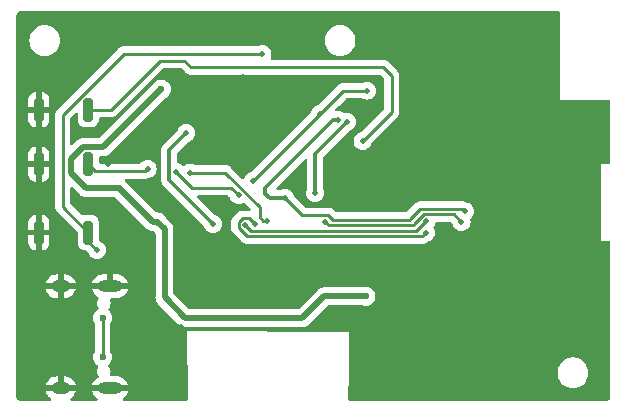
<source format=gbl>
G04 #@! TF.GenerationSoftware,KiCad,Pcbnew,7.0.1-3b83917a11~172~ubuntu22.04.1*
G04 #@! TF.CreationDate,2023-04-23T17:42:43+02:00*
G04 #@! TF.ProjectId,sharp-lcd-128x128,73686172-702d-46c6-9364-2d3132387831,rev?*
G04 #@! TF.SameCoordinates,Original*
G04 #@! TF.FileFunction,Copper,L2,Bot*
G04 #@! TF.FilePolarity,Positive*
%FSLAX46Y46*%
G04 Gerber Fmt 4.6, Leading zero omitted, Abs format (unit mm)*
G04 Created by KiCad (PCBNEW 7.0.1-3b83917a11~172~ubuntu22.04.1) date 2023-04-23 17:42:43*
%MOMM*%
%LPD*%
G01*
G04 APERTURE LIST*
G04 Aperture macros list*
%AMRoundRect*
0 Rectangle with rounded corners*
0 $1 Rounding radius*
0 $2 $3 $4 $5 $6 $7 $8 $9 X,Y pos of 4 corners*
0 Add a 4 corners polygon primitive as box body*
4,1,4,$2,$3,$4,$5,$6,$7,$8,$9,$2,$3,0*
0 Add four circle primitives for the rounded corners*
1,1,$1+$1,$2,$3*
1,1,$1+$1,$4,$5*
1,1,$1+$1,$6,$7*
1,1,$1+$1,$8,$9*
0 Add four rect primitives between the rounded corners*
20,1,$1+$1,$2,$3,$4,$5,0*
20,1,$1+$1,$4,$5,$6,$7,0*
20,1,$1+$1,$6,$7,$8,$9,0*
20,1,$1+$1,$8,$9,$2,$3,0*%
G04 Aperture macros list end*
G04 #@! TA.AperFunction,ComponentPad*
%ADD10O,2.100000X1.000000*%
G04 #@! TD*
G04 #@! TA.AperFunction,ComponentPad*
%ADD11O,1.600000X1.000000*%
G04 #@! TD*
G04 #@! TA.AperFunction,SMDPad,CuDef*
%ADD12RoundRect,0.200000X0.200000X0.800000X-0.200000X0.800000X-0.200000X-0.800000X0.200000X-0.800000X0*%
G04 #@! TD*
G04 #@! TA.AperFunction,ViaPad*
%ADD13C,0.600000*%
G04 #@! TD*
G04 #@! TA.AperFunction,ViaPad*
%ADD14C,0.500000*%
G04 #@! TD*
G04 #@! TA.AperFunction,Conductor*
%ADD15C,0.250000*%
G04 #@! TD*
G04 #@! TA.AperFunction,Conductor*
%ADD16C,0.500000*%
G04 #@! TD*
G04 #@! TA.AperFunction,Conductor*
%ADD17C,0.300000*%
G04 #@! TD*
G04 #@! TA.AperFunction,Conductor*
%ADD18C,0.350000*%
G04 #@! TD*
G04 APERTURE END LIST*
D10*
X79930000Y-52805000D03*
D11*
X75750000Y-52805000D03*
D10*
X79930000Y-61445000D03*
D11*
X75750000Y-61445000D03*
D12*
X78100000Y-48260000D03*
X73900000Y-48260000D03*
X78100000Y-42480000D03*
X73900000Y-42480000D03*
X78100000Y-37850000D03*
X73900000Y-37850000D03*
D13*
X80590000Y-46940000D03*
D14*
X96940000Y-37300000D03*
D13*
X82425000Y-61375000D03*
D14*
X73940000Y-40430000D03*
X110740000Y-53610000D03*
X91180000Y-35110000D03*
X99260000Y-45050000D03*
X79740000Y-42450000D03*
X107990000Y-43940000D03*
X85970000Y-47300000D03*
D13*
X82130000Y-39810000D03*
D14*
X85960000Y-56220000D03*
X105658781Y-30772500D03*
D13*
X79300000Y-58825000D03*
X79300000Y-55475000D03*
X80660000Y-44490000D03*
X84270000Y-36120000D03*
X101589900Y-53664900D03*
X83910000Y-47360000D03*
D14*
X85511935Y-43131935D03*
X90805354Y-45114646D03*
X88640000Y-47540000D03*
X86370000Y-39830000D03*
X97300000Y-44920000D03*
X100020000Y-38890000D03*
X92010000Y-43900500D03*
X101680000Y-36250000D03*
X97690000Y-38220000D03*
X106690000Y-48260000D03*
X92200000Y-47560500D03*
X109684502Y-47356665D03*
X98170000Y-47360000D03*
X91380000Y-47610000D03*
X106720000Y-47270000D03*
X99240000Y-38750000D03*
X94750000Y-45320000D03*
X110000000Y-46480000D03*
X78810000Y-49750000D03*
X92830000Y-33140000D03*
X101310000Y-40520000D03*
X83111111Y-42856717D03*
X86698914Y-43188914D03*
X93250000Y-47300000D03*
D15*
X79300000Y-55475000D02*
X79300000Y-58825000D01*
D16*
X77632832Y-41035000D02*
X79355000Y-41035000D01*
X77900000Y-44490000D02*
X76610000Y-43200000D01*
X83910000Y-47360000D02*
X83530000Y-47360000D01*
X80660000Y-44490000D02*
X77900000Y-44490000D01*
X86290000Y-55510000D02*
X84540000Y-53760000D01*
X98055100Y-53664900D02*
X101589900Y-53664900D01*
X84540000Y-48260000D02*
X84540000Y-47990000D01*
X79355000Y-41035000D02*
X84270000Y-36120000D01*
X96210000Y-55510000D02*
X98055100Y-53664900D01*
X76610000Y-42057832D02*
X77632832Y-41035000D01*
X96210000Y-55510000D02*
X86290000Y-55510000D01*
X84540000Y-53760000D02*
X84540000Y-48260000D01*
X76610000Y-43200000D02*
X76610000Y-42057832D01*
X84540000Y-47990000D02*
X83910000Y-47360000D01*
X83530000Y-47360000D02*
X80660000Y-44490000D01*
D15*
X90160708Y-44470000D02*
X90805354Y-45114646D01*
X90160000Y-44470000D02*
X90160708Y-44470000D01*
X85511935Y-43131935D02*
X86850000Y-44470000D01*
X86850000Y-44470000D02*
X90160000Y-44470000D01*
D17*
X97300000Y-41610000D02*
X97300000Y-44920000D01*
X86370000Y-39830000D02*
X84916935Y-41283065D01*
X100020000Y-38890000D02*
X97300000Y-41610000D01*
X84916935Y-43816935D02*
X88640000Y-47540000D01*
X84916935Y-41283065D02*
X84916935Y-43816935D01*
D15*
X98790000Y-37100000D02*
X98790000Y-37120500D01*
X98810500Y-37100000D02*
X98790000Y-37100000D01*
X99660500Y-36250000D02*
X98810500Y-37100000D01*
X101680000Y-36250000D02*
X99660500Y-36250000D01*
X98790000Y-37120500D02*
X92010000Y-43900500D01*
X106375000Y-48575000D02*
X106690000Y-48260000D01*
X90810000Y-47846102D02*
X91538898Y-48575000D01*
X91679500Y-47040000D02*
X91143898Y-47040000D01*
X90810000Y-47373898D02*
X90810000Y-47846102D01*
X91143898Y-47040000D02*
X90810000Y-47373898D01*
X92200000Y-47560500D02*
X91679500Y-47040000D01*
X91538898Y-48575000D02*
X106375000Y-48575000D01*
X98430000Y-47620000D02*
X98170000Y-47360000D01*
X105640000Y-47620000D02*
X98430000Y-47620000D01*
X106483898Y-46700000D02*
X105640000Y-47543898D01*
X105640000Y-47543898D02*
X105640000Y-47620000D01*
X109027837Y-46700000D02*
X106483898Y-46700000D01*
X109684502Y-47356665D02*
X109027837Y-46700000D01*
X91900000Y-48130000D02*
X105860000Y-48130000D01*
X105860000Y-48130000D02*
X106720000Y-47270000D01*
X91380000Y-47610000D02*
X91900000Y-48130000D01*
D18*
X99240000Y-38750000D02*
X98773187Y-38750000D01*
D15*
X94750000Y-45320000D02*
X96220000Y-46790000D01*
D18*
X93453187Y-45350000D02*
X94720000Y-45350000D01*
D15*
X98406102Y-46790000D02*
X98791102Y-47175000D01*
X106205000Y-46255000D02*
X109775000Y-46255000D01*
D18*
X93070000Y-44453187D02*
X93070000Y-44966813D01*
X98773187Y-38750000D02*
X93070000Y-44453187D01*
D15*
X106160000Y-46300000D02*
X106205000Y-46255000D01*
X109775000Y-46255000D02*
X110000000Y-46480000D01*
X105360000Y-47175000D02*
X105360000Y-47100000D01*
X96220000Y-46790000D02*
X98406102Y-46790000D01*
D18*
X94720000Y-45350000D02*
X94750000Y-45320000D01*
D15*
X98791102Y-47175000D02*
X105360000Y-47175000D01*
D18*
X93070000Y-44966813D02*
X93453187Y-45350000D01*
D15*
X105360000Y-47100000D02*
X106160000Y-46300000D01*
X75920499Y-38294110D02*
X75920499Y-46080499D01*
X75920499Y-46080499D02*
X78100000Y-48260000D01*
X78100000Y-48260000D02*
X78100000Y-49040000D01*
X81074609Y-33140000D02*
X75920499Y-38294110D01*
X78100000Y-49040000D02*
X78810000Y-49750000D01*
X92830000Y-33140000D02*
X81074609Y-33140000D01*
X80020000Y-37850000D02*
X84170000Y-33700000D01*
X103760000Y-38070000D02*
X101310000Y-40520000D01*
X84170000Y-33700000D02*
X86210000Y-33700000D01*
X78140000Y-37850000D02*
X80020000Y-37850000D01*
X103030000Y-34260000D02*
X103760000Y-34990000D01*
X86770000Y-34260000D02*
X103030000Y-34260000D01*
X103760000Y-34990000D02*
X103760000Y-38070000D01*
X86210000Y-33700000D02*
X86770000Y-34260000D01*
X89685724Y-43188914D02*
X92600000Y-46103190D01*
X92920000Y-47300000D02*
X93250000Y-47300000D01*
X82907329Y-43060499D02*
X83111111Y-42856717D01*
X78100000Y-42480000D02*
X78680499Y-43060499D01*
X78680499Y-43060499D02*
X82907329Y-43060499D01*
X86698914Y-43188914D02*
X89685724Y-43188914D01*
X92600000Y-46980000D02*
X92920000Y-47300000D01*
X92600000Y-46103190D02*
X92600000Y-46980000D01*
G04 #@! TA.AperFunction,Conductor*
G36*
X117937500Y-29517113D02*
G01*
X117982887Y-29562500D01*
X117999500Y-29624500D01*
X117999500Y-36975240D01*
X117999459Y-36975446D01*
X117999459Y-37000000D01*
X117999500Y-37000099D01*
X117999616Y-37000382D01*
X117999617Y-37000383D01*
X117999618Y-37000384D01*
X117999808Y-37000461D01*
X118000000Y-37000541D01*
X118000002Y-37000539D01*
X118024616Y-37000524D01*
X118024616Y-37000528D01*
X118024760Y-37000500D01*
X122165500Y-37000500D01*
X122227500Y-37017113D01*
X122272887Y-37062500D01*
X122289500Y-37124500D01*
X122289500Y-42375500D01*
X122272887Y-42437500D01*
X122227500Y-42482887D01*
X122165500Y-42499500D01*
X121524760Y-42499500D01*
X121524554Y-42499459D01*
X121499998Y-42499459D01*
X121499807Y-42499538D01*
X121499619Y-42499615D01*
X121499615Y-42499618D01*
X121499459Y-42499999D01*
X121499476Y-42524616D01*
X121499471Y-42524616D01*
X121499500Y-42524760D01*
X121499500Y-48975240D01*
X121499459Y-48975446D01*
X121499459Y-49000000D01*
X121499500Y-49000099D01*
X121499617Y-49000383D01*
X121499618Y-49000384D01*
X121499808Y-49000462D01*
X121500000Y-49000541D01*
X121500002Y-49000539D01*
X121524616Y-49000524D01*
X121524616Y-49000528D01*
X121524760Y-49000500D01*
X122165500Y-49000500D01*
X122227500Y-49017113D01*
X122272887Y-49062500D01*
X122289500Y-49124500D01*
X122289500Y-52095185D01*
X122287876Y-62145517D01*
X122287368Y-62148073D01*
X122287368Y-62188112D01*
X122285824Y-62207622D01*
X122285777Y-62207917D01*
X122284940Y-62212589D01*
X122270728Y-62284066D01*
X122259595Y-62316176D01*
X122252939Y-62329240D01*
X122245557Y-62341836D01*
X122218717Y-62382007D01*
X122203294Y-62400800D01*
X122190800Y-62413294D01*
X122172007Y-62428717D01*
X122131839Y-62455555D01*
X122119239Y-62462939D01*
X122104419Y-62470489D01*
X122074476Y-62481170D01*
X122035864Y-62489565D01*
X122028909Y-62490871D01*
X122013339Y-62493336D01*
X121997499Y-62495843D01*
X121978114Y-62497368D01*
X121944592Y-62497368D01*
X121933874Y-62499500D01*
X100235012Y-62499500D01*
X100172893Y-62482818D01*
X100127488Y-62437262D01*
X100111013Y-62375088D01*
X100118439Y-60140000D01*
X117814531Y-60140000D01*
X117834364Y-60366689D01*
X117893261Y-60586497D01*
X117989432Y-60792735D01*
X118119953Y-60979140D01*
X118280859Y-61140046D01*
X118467264Y-61270567D01*
X118467265Y-61270567D01*
X118467266Y-61270568D01*
X118673504Y-61366739D01*
X118893308Y-61425635D01*
X118978261Y-61433067D01*
X119063214Y-61440500D01*
X119063216Y-61440500D01*
X119176784Y-61440500D01*
X119176786Y-61440500D01*
X119244747Y-61434554D01*
X119346692Y-61425635D01*
X119566496Y-61366739D01*
X119772734Y-61270568D01*
X119959139Y-61140047D01*
X120120047Y-60979139D01*
X120250568Y-60792734D01*
X120346739Y-60586496D01*
X120405635Y-60366692D01*
X120425468Y-60140000D01*
X120405635Y-59913308D01*
X120346739Y-59693504D01*
X120250568Y-59487266D01*
X120232254Y-59461111D01*
X120120046Y-59300859D01*
X119959140Y-59139953D01*
X119772735Y-59009432D01*
X119566497Y-58913261D01*
X119346689Y-58854364D01*
X119176786Y-58839500D01*
X119176784Y-58839500D01*
X119063216Y-58839500D01*
X119063214Y-58839500D01*
X118893310Y-58854364D01*
X118673502Y-58913261D01*
X118467264Y-59009432D01*
X118280859Y-59139953D01*
X118119953Y-59300859D01*
X117989432Y-59487264D01*
X117893261Y-59693502D01*
X117834364Y-59913310D01*
X117814531Y-60140000D01*
X100118439Y-60140000D01*
X100130000Y-56660000D01*
X100129999Y-56659999D01*
X86450000Y-56640000D01*
X86495729Y-62374511D01*
X86479448Y-62436928D01*
X86434018Y-62482722D01*
X86371733Y-62499500D01*
X81119644Y-62499500D01*
X81057281Y-62482677D01*
X81011840Y-62436771D01*
X80995650Y-62374241D01*
X81013106Y-62312052D01*
X81046168Y-62279982D01*
X81044647Y-62278210D01*
X81208531Y-62137520D01*
X81333021Y-61976692D01*
X81422589Y-61794094D01*
X81448246Y-61695000D01*
X78406634Y-61695000D01*
X78406932Y-61696948D01*
X78477564Y-61887663D01*
X78585145Y-62060263D01*
X78725267Y-62207670D01*
X78820171Y-62273726D01*
X78860661Y-62320891D01*
X78873174Y-62381781D01*
X78854565Y-62441092D01*
X78809510Y-62483919D01*
X78749333Y-62499500D01*
X76689644Y-62499500D01*
X76627281Y-62482677D01*
X76581840Y-62436771D01*
X76565650Y-62374241D01*
X76583106Y-62312052D01*
X76616168Y-62279982D01*
X76614647Y-62278210D01*
X76778531Y-62137520D01*
X76903021Y-61976692D01*
X76992589Y-61794094D01*
X77018246Y-61695000D01*
X74476634Y-61695000D01*
X74476932Y-61696948D01*
X74547564Y-61887663D01*
X74655145Y-62060263D01*
X74795267Y-62207670D01*
X74890171Y-62273726D01*
X74930661Y-62320891D01*
X74943174Y-62381781D01*
X74924565Y-62441092D01*
X74879510Y-62483919D01*
X74819333Y-62499500D01*
X72309761Y-62499500D01*
X72290106Y-62497932D01*
X72289807Y-62497884D01*
X72285270Y-62497069D01*
X72213803Y-62482853D01*
X72181707Y-62471724D01*
X72168638Y-62465066D01*
X72156035Y-62457680D01*
X72115865Y-62430839D01*
X72097075Y-62415418D01*
X72084580Y-62402923D01*
X72069162Y-62384137D01*
X72042312Y-62343953D01*
X72034938Y-62331370D01*
X72028274Y-62318291D01*
X72017145Y-62286196D01*
X72002920Y-62214684D01*
X72002032Y-62209673D01*
X72001983Y-62209359D01*
X72000500Y-62190240D01*
X72000500Y-61195000D01*
X74481753Y-61195000D01*
X75500000Y-61195000D01*
X75500000Y-60445000D01*
X76000000Y-60445000D01*
X76000000Y-61195000D01*
X77023366Y-61195000D01*
X77023067Y-61193051D01*
X76952435Y-61002336D01*
X76844854Y-60829736D01*
X76704733Y-60682330D01*
X76537805Y-60566144D01*
X76350907Y-60485940D01*
X76151689Y-60445000D01*
X76000000Y-60445000D01*
X75500000Y-60445000D01*
X75399290Y-60445000D01*
X75247660Y-60460419D01*
X75053610Y-60521303D01*
X74875785Y-60620003D01*
X74721468Y-60752479D01*
X74596978Y-60913307D01*
X74507410Y-61095905D01*
X74481753Y-61194999D01*
X74481753Y-61195000D01*
X72000500Y-61195000D01*
X72000500Y-53055000D01*
X74476634Y-53055000D01*
X74476932Y-53056948D01*
X74547564Y-53247663D01*
X74655145Y-53420263D01*
X74795266Y-53567669D01*
X74962194Y-53683855D01*
X75149092Y-53764059D01*
X75348311Y-53805000D01*
X75500000Y-53805000D01*
X75500000Y-53055000D01*
X76000000Y-53055000D01*
X76000000Y-53805000D01*
X76100710Y-53805000D01*
X76252339Y-53789580D01*
X76446389Y-53728696D01*
X76624214Y-53629996D01*
X76778531Y-53497520D01*
X76903021Y-53336692D01*
X76992589Y-53154094D01*
X77018246Y-53055000D01*
X78406634Y-53055000D01*
X78406932Y-53056948D01*
X78477564Y-53247663D01*
X78585145Y-53420263D01*
X78725266Y-53567669D01*
X78892193Y-53683854D01*
X78900073Y-53687236D01*
X78945175Y-53720317D01*
X78971150Y-53769853D01*
X78972715Y-53825764D01*
X78949551Y-53876674D01*
X78897302Y-53944766D01*
X78839312Y-54084764D01*
X78819533Y-54234999D01*
X78839312Y-54385235D01*
X78869501Y-54458117D01*
X78897302Y-54525233D01*
X78942769Y-54584486D01*
X78967777Y-54647626D01*
X78955776Y-54714470D01*
X78910365Y-54764966D01*
X78792719Y-54838888D01*
X78663890Y-54967717D01*
X78566957Y-55121984D01*
X78506782Y-55293955D01*
X78486383Y-55474999D01*
X78506782Y-55656044D01*
X78566957Y-55828015D01*
X78647494Y-55956188D01*
X78666500Y-56022160D01*
X78666500Y-58277840D01*
X78647494Y-58343812D01*
X78566957Y-58471984D01*
X78506782Y-58643955D01*
X78486383Y-58824999D01*
X78506782Y-59006044D01*
X78506782Y-59006046D01*
X78506783Y-59006047D01*
X78566957Y-59178015D01*
X78663889Y-59332281D01*
X78792719Y-59461111D01*
X78884480Y-59518768D01*
X78929889Y-59569264D01*
X78941891Y-59636106D01*
X78916884Y-59699246D01*
X78897302Y-59724766D01*
X78839312Y-59864764D01*
X78819533Y-60015000D01*
X78839312Y-60165235D01*
X78897302Y-60305233D01*
X78951799Y-60376256D01*
X78974302Y-60424095D01*
X78974832Y-60476959D01*
X78953293Y-60525240D01*
X78913601Y-60560161D01*
X78805783Y-60620004D01*
X78651468Y-60752479D01*
X78526978Y-60913307D01*
X78437410Y-61095905D01*
X78411753Y-61194999D01*
X78411753Y-61195000D01*
X81453366Y-61195000D01*
X81453067Y-61193051D01*
X81382435Y-61002336D01*
X81274854Y-60829736D01*
X81134733Y-60682330D01*
X80967805Y-60566144D01*
X80780907Y-60485940D01*
X80581689Y-60445000D01*
X80030384Y-60445000D01*
X79971931Y-60430358D01*
X79927282Y-60389891D01*
X79906981Y-60333154D01*
X79915823Y-60273547D01*
X79960687Y-60165235D01*
X79980466Y-60015000D01*
X79960687Y-59864764D01*
X79902698Y-59724768D01*
X79902698Y-59724767D01*
X79812995Y-59607865D01*
X79789257Y-59553914D01*
X79793112Y-59495094D01*
X79823692Y-59444700D01*
X79823691Y-59444700D01*
X79936111Y-59332281D01*
X80033043Y-59178015D01*
X80093217Y-59006047D01*
X80113616Y-58825000D01*
X80093217Y-58643953D01*
X80033043Y-58471985D01*
X79952505Y-58343810D01*
X79933500Y-58277840D01*
X79933500Y-56022160D01*
X79952506Y-55956188D01*
X80033043Y-55828015D01*
X80093217Y-55656047D01*
X80113616Y-55475000D01*
X80093217Y-55293953D01*
X80033043Y-55121985D01*
X79936111Y-54967719D01*
X79807281Y-54838889D01*
X79807280Y-54838888D01*
X79799186Y-54830794D01*
X79765807Y-54769951D01*
X79770346Y-54700702D01*
X79801056Y-54658819D01*
X79800513Y-54658402D01*
X79810451Y-54645451D01*
X79902698Y-54525233D01*
X79960687Y-54385236D01*
X79980466Y-54235000D01*
X79980288Y-54233651D01*
X79960687Y-54084764D01*
X79915823Y-53976453D01*
X79906981Y-53916846D01*
X79927282Y-53860109D01*
X79971931Y-53819642D01*
X80030384Y-53805000D01*
X80530710Y-53805000D01*
X80682339Y-53789580D01*
X80876389Y-53728696D01*
X81054214Y-53629996D01*
X81208531Y-53497520D01*
X81333021Y-53336692D01*
X81422589Y-53154094D01*
X81448246Y-53055000D01*
X78406634Y-53055000D01*
X77018246Y-53055000D01*
X76000000Y-53055000D01*
X75500000Y-53055000D01*
X74476634Y-53055000D01*
X72000500Y-53055000D01*
X72000500Y-52555000D01*
X74481753Y-52555000D01*
X75500000Y-52555000D01*
X75500000Y-51805000D01*
X76000000Y-51805000D01*
X76000000Y-52555000D01*
X77023366Y-52555000D01*
X78411753Y-52555000D01*
X79680000Y-52555000D01*
X79680000Y-51805000D01*
X80180000Y-51805000D01*
X80180000Y-52555000D01*
X81453366Y-52555000D01*
X81453067Y-52553051D01*
X81382435Y-52362336D01*
X81274854Y-52189736D01*
X81134733Y-52042330D01*
X80967805Y-51926144D01*
X80780907Y-51845940D01*
X80581689Y-51805000D01*
X80180000Y-51805000D01*
X79680000Y-51805000D01*
X79329290Y-51805000D01*
X79177660Y-51820419D01*
X78983610Y-51881303D01*
X78805785Y-51980003D01*
X78651468Y-52112479D01*
X78526978Y-52273307D01*
X78437410Y-52455905D01*
X78411753Y-52554999D01*
X78411753Y-52555000D01*
X77023366Y-52555000D01*
X77023067Y-52553051D01*
X76952435Y-52362336D01*
X76844854Y-52189736D01*
X76704733Y-52042330D01*
X76537805Y-51926144D01*
X76350907Y-51845940D01*
X76151689Y-51805000D01*
X76000000Y-51805000D01*
X75500000Y-51805000D01*
X75399290Y-51805000D01*
X75247660Y-51820419D01*
X75053610Y-51881303D01*
X74875785Y-51980003D01*
X74721468Y-52112479D01*
X74596978Y-52273307D01*
X74507410Y-52455905D01*
X74481753Y-52554999D01*
X74481753Y-52555000D01*
X72000500Y-52555000D01*
X72000500Y-48510000D01*
X73000001Y-48510000D01*
X73000001Y-49116579D01*
X73006408Y-49187104D01*
X73056981Y-49349397D01*
X73144925Y-49494875D01*
X73265124Y-49615074D01*
X73410603Y-49703019D01*
X73572893Y-49753590D01*
X73643424Y-49760000D01*
X73650000Y-49760000D01*
X73650000Y-48510000D01*
X74150000Y-48510000D01*
X74150000Y-49759999D01*
X74156579Y-49759999D01*
X74227104Y-49753591D01*
X74389397Y-49703018D01*
X74534875Y-49615074D01*
X74655074Y-49494875D01*
X74743019Y-49349396D01*
X74793590Y-49187106D01*
X74800000Y-49116576D01*
X74800000Y-48510000D01*
X74150000Y-48510000D01*
X73650000Y-48510000D01*
X73000001Y-48510000D01*
X72000500Y-48510000D01*
X72000500Y-48010000D01*
X73000000Y-48010000D01*
X73650000Y-48010000D01*
X73650000Y-46760001D01*
X73643421Y-46760001D01*
X73572895Y-46766408D01*
X73410602Y-46816981D01*
X73265124Y-46904925D01*
X73144925Y-47025124D01*
X73056980Y-47170603D01*
X73006409Y-47332893D01*
X73000000Y-47403424D01*
X73000000Y-48010000D01*
X72000500Y-48010000D01*
X72000500Y-46760000D01*
X74150000Y-46760000D01*
X74150000Y-48010000D01*
X74799999Y-48010000D01*
X74799999Y-47403421D01*
X74793591Y-47332895D01*
X74743018Y-47170602D01*
X74655074Y-47025124D01*
X74534875Y-46904925D01*
X74389396Y-46816980D01*
X74227106Y-46766409D01*
X74156576Y-46760000D01*
X74150000Y-46760000D01*
X72000500Y-46760000D01*
X72000500Y-42730000D01*
X73000001Y-42730000D01*
X73000001Y-43336579D01*
X73006408Y-43407104D01*
X73056981Y-43569397D01*
X73144925Y-43714875D01*
X73265124Y-43835074D01*
X73410603Y-43923019D01*
X73572893Y-43973590D01*
X73643424Y-43980000D01*
X73650000Y-43980000D01*
X73650000Y-42730000D01*
X74150000Y-42730000D01*
X74150000Y-43979999D01*
X74156579Y-43979999D01*
X74227104Y-43973591D01*
X74389397Y-43923018D01*
X74534875Y-43835074D01*
X74655074Y-43714875D01*
X74743019Y-43569396D01*
X74793590Y-43407106D01*
X74800000Y-43336576D01*
X74800000Y-42730000D01*
X74150000Y-42730000D01*
X73650000Y-42730000D01*
X73000001Y-42730000D01*
X72000500Y-42730000D01*
X72000500Y-42230000D01*
X73000000Y-42230000D01*
X73650000Y-42230000D01*
X73650000Y-40980001D01*
X73643421Y-40980001D01*
X73572895Y-40986408D01*
X73410602Y-41036981D01*
X73265124Y-41124925D01*
X73144925Y-41245124D01*
X73056980Y-41390603D01*
X73006409Y-41552893D01*
X73000000Y-41623424D01*
X73000000Y-42230000D01*
X72000500Y-42230000D01*
X72000500Y-40980000D01*
X74150000Y-40980000D01*
X74150000Y-42230000D01*
X74799999Y-42230000D01*
X74799999Y-41623421D01*
X74793591Y-41552895D01*
X74743018Y-41390602D01*
X74655074Y-41245124D01*
X74534875Y-41124925D01*
X74389396Y-41036980D01*
X74227106Y-40986409D01*
X74156576Y-40980000D01*
X74150000Y-40980000D01*
X72000500Y-40980000D01*
X72000500Y-38100000D01*
X73000001Y-38100000D01*
X73000001Y-38706579D01*
X73006408Y-38777104D01*
X73056981Y-38939397D01*
X73144925Y-39084875D01*
X73265124Y-39205074D01*
X73410603Y-39293019D01*
X73572893Y-39343590D01*
X73643424Y-39350000D01*
X73650000Y-39350000D01*
X73650000Y-38100000D01*
X74150000Y-38100000D01*
X74150000Y-39349999D01*
X74156579Y-39349999D01*
X74227104Y-39343591D01*
X74389397Y-39293018D01*
X74534875Y-39205074D01*
X74655074Y-39084875D01*
X74743019Y-38939396D01*
X74793590Y-38777106D01*
X74800000Y-38706576D01*
X74800000Y-38274051D01*
X75282279Y-38274051D01*
X75286449Y-38318167D01*
X75286999Y-38329836D01*
X75286999Y-45996866D01*
X75284709Y-46017607D01*
X75286938Y-46088516D01*
X75286999Y-46092412D01*
X75286999Y-46120354D01*
X75287517Y-46124455D01*
X75288433Y-46136096D01*
X75289825Y-46180387D01*
X75295521Y-46199991D01*
X75299466Y-46219043D01*
X75302024Y-46239297D01*
X75318337Y-46280500D01*
X75322120Y-46291548D01*
X75334481Y-46334092D01*
X75344873Y-46351665D01*
X75353430Y-46369132D01*
X75360947Y-46388117D01*
X75386990Y-46423962D01*
X75393404Y-46433726D01*
X75415957Y-46471861D01*
X75430389Y-46486293D01*
X75443025Y-46501088D01*
X75455025Y-46517604D01*
X75455026Y-46517605D01*
X75455027Y-46517606D01*
X75478109Y-46536701D01*
X75489166Y-46545848D01*
X75497807Y-46553711D01*
X77155181Y-48211086D01*
X77182061Y-48251314D01*
X77191500Y-48298767D01*
X77191500Y-49117268D01*
X77197986Y-49188649D01*
X77249171Y-49352910D01*
X77338184Y-49500156D01*
X77459843Y-49621815D01*
X77459845Y-49621816D01*
X77607087Y-49710827D01*
X77771351Y-49762013D01*
X77842735Y-49768500D01*
X77881232Y-49768499D01*
X77928684Y-49777937D01*
X77968914Y-49804818D01*
X78036078Y-49871982D01*
X78065438Y-49918708D01*
X78122289Y-50081180D01*
X78122291Y-50081183D01*
X78213229Y-50225909D01*
X78334091Y-50346771D01*
X78478817Y-50437709D01*
X78640150Y-50494162D01*
X78810000Y-50513299D01*
X78979850Y-50494162D01*
X79141183Y-50437709D01*
X79285909Y-50346771D01*
X79406771Y-50225909D01*
X79497709Y-50081183D01*
X79554162Y-49919850D01*
X79573299Y-49750000D01*
X79554162Y-49580150D01*
X79497709Y-49418817D01*
X79406771Y-49274091D01*
X79285909Y-49153229D01*
X79141183Y-49062291D01*
X79141180Y-49062289D01*
X79091544Y-49044921D01*
X79048157Y-49018778D01*
X79018845Y-48977466D01*
X79008499Y-48927880D01*
X79008499Y-47402732D01*
X79002013Y-47331350D01*
X78950828Y-47167089D01*
X78928499Y-47130153D01*
X78888564Y-47064091D01*
X78861815Y-47019843D01*
X78740156Y-46898184D01*
X78617587Y-46824089D01*
X78592913Y-46809173D01*
X78428649Y-46757987D01*
X78428646Y-46757986D01*
X78357266Y-46751500D01*
X77842731Y-46751500D01*
X77771352Y-46757986D01*
X77631374Y-46801604D01*
X77564809Y-46803615D01*
X77506804Y-46770899D01*
X76590318Y-45854413D01*
X76563438Y-45814185D01*
X76553999Y-45766732D01*
X76553999Y-44516042D01*
X76567514Y-44459747D01*
X76605114Y-44415724D01*
X76658601Y-44393569D01*
X76716317Y-44398111D01*
X76765680Y-44428361D01*
X77318196Y-44980877D01*
X77329977Y-44994509D01*
X77344531Y-45014058D01*
X77382947Y-45046293D01*
X77390911Y-45053592D01*
X77394900Y-45057582D01*
X77419483Y-45077019D01*
X77422267Y-45079286D01*
X77480360Y-45128032D01*
X77480363Y-45128033D01*
X77481261Y-45128787D01*
X77498034Y-45139472D01*
X77499091Y-45139965D01*
X77499094Y-45139967D01*
X77567852Y-45172028D01*
X77571034Y-45173569D01*
X77638812Y-45207609D01*
X77638815Y-45207609D01*
X77639859Y-45208134D01*
X77658642Y-45214664D01*
X77659791Y-45214901D01*
X77659793Y-45214902D01*
X77734116Y-45230247D01*
X77737549Y-45231009D01*
X77811344Y-45248500D01*
X77812483Y-45248770D01*
X77832269Y-45250791D01*
X77833437Y-45250757D01*
X77833442Y-45250758D01*
X77909257Y-45248552D01*
X77912864Y-45248500D01*
X80294457Y-45248500D01*
X80341910Y-45257939D01*
X80382138Y-45284819D01*
X82948196Y-47850877D01*
X82959977Y-47864509D01*
X82964946Y-47871184D01*
X82974531Y-47884058D01*
X82981682Y-47890058D01*
X83012933Y-47916281D01*
X83020907Y-47923588D01*
X83024900Y-47927581D01*
X83049471Y-47947009D01*
X83052266Y-47949286D01*
X83067745Y-47962274D01*
X83110360Y-47998032D01*
X83110361Y-47998032D01*
X83111258Y-47998785D01*
X83128032Y-48009471D01*
X83129094Y-48009966D01*
X83129095Y-48009967D01*
X83141838Y-48015909D01*
X83197830Y-48042019D01*
X83201077Y-48043591D01*
X83269867Y-48078139D01*
X83288644Y-48084665D01*
X83289791Y-48084902D01*
X83289794Y-48084903D01*
X83364150Y-48100256D01*
X83367571Y-48101014D01*
X83441344Y-48118500D01*
X83442487Y-48118771D01*
X83462272Y-48120792D01*
X83463437Y-48120758D01*
X83463442Y-48120759D01*
X83539292Y-48118552D01*
X83542899Y-48118500D01*
X83544457Y-48118500D01*
X83591910Y-48127939D01*
X83632138Y-48154819D01*
X83745181Y-48267862D01*
X83772061Y-48308090D01*
X83781500Y-48355543D01*
X83781500Y-53695706D01*
X83780191Y-53713676D01*
X83776659Y-53737789D01*
X83781028Y-53787726D01*
X83781500Y-53798533D01*
X83781500Y-53804181D01*
X83785139Y-53835322D01*
X83785505Y-53838905D01*
X83792214Y-53915582D01*
X83796523Y-53935017D01*
X83796920Y-53936109D01*
X83796921Y-53936113D01*
X83822855Y-54007367D01*
X83824037Y-54010771D01*
X83848251Y-54083843D01*
X83856922Y-54101754D01*
X83899245Y-54166103D01*
X83901178Y-54169138D01*
X83940970Y-54233651D01*
X83940972Y-54233653D01*
X83941589Y-54234653D01*
X83954153Y-54250075D01*
X83954997Y-54250871D01*
X83954999Y-54250874D01*
X84008139Y-54301009D01*
X84010173Y-54302928D01*
X84012760Y-54305441D01*
X85708196Y-56000877D01*
X85719977Y-56014509D01*
X85734530Y-56034057D01*
X85772933Y-56066281D01*
X85780908Y-56073589D01*
X85784900Y-56077581D01*
X85808009Y-56095853D01*
X85809471Y-56097009D01*
X85812266Y-56099286D01*
X85823879Y-56109030D01*
X85870360Y-56148032D01*
X85870361Y-56148032D01*
X85871258Y-56148785D01*
X85888032Y-56159471D01*
X85889094Y-56159966D01*
X85889095Y-56159967D01*
X85921056Y-56174871D01*
X85957830Y-56192019D01*
X85961071Y-56193588D01*
X85989048Y-56207639D01*
X86029867Y-56228139D01*
X86048644Y-56234665D01*
X86049791Y-56234902D01*
X86049794Y-56234903D01*
X86124150Y-56250256D01*
X86127571Y-56251014D01*
X86201344Y-56268500D01*
X86202487Y-56268771D01*
X86222272Y-56270792D01*
X86223437Y-56270758D01*
X86223442Y-56270759D01*
X86299292Y-56268552D01*
X86302899Y-56268500D01*
X96145706Y-56268500D01*
X96163676Y-56269809D01*
X96167114Y-56270312D01*
X96187789Y-56273341D01*
X96237726Y-56268971D01*
X96248533Y-56268500D01*
X96254178Y-56268500D01*
X96254180Y-56268500D01*
X96285364Y-56264854D01*
X96288858Y-56264497D01*
X96364426Y-56257887D01*
X96364429Y-56257885D01*
X96365594Y-56257784D01*
X96385015Y-56253478D01*
X96386110Y-56253079D01*
X96386113Y-56253079D01*
X96457414Y-56227126D01*
X96460708Y-56225981D01*
X96532738Y-56202114D01*
X96532742Y-56202111D01*
X96533863Y-56201740D01*
X96551751Y-56193080D01*
X96553364Y-56192019D01*
X96616103Y-56150753D01*
X96619129Y-56148826D01*
X96683651Y-56109030D01*
X96683655Y-56109025D01*
X96684650Y-56108412D01*
X96700069Y-56095853D01*
X96700870Y-56095003D01*
X96700874Y-56095001D01*
X96752962Y-56039789D01*
X96755408Y-56037271D01*
X98332961Y-54459719D01*
X98373190Y-54432839D01*
X98420643Y-54423400D01*
X101288568Y-54423400D01*
X101329521Y-54430357D01*
X101408853Y-54458117D01*
X101589900Y-54478516D01*
X101770947Y-54458117D01*
X101942915Y-54397943D01*
X102097181Y-54301011D01*
X102226011Y-54172181D01*
X102322943Y-54017915D01*
X102383117Y-53845947D01*
X102403516Y-53664900D01*
X102383117Y-53483853D01*
X102322943Y-53311885D01*
X102226011Y-53157619D01*
X102097181Y-53028789D01*
X101942915Y-52931857D01*
X101770947Y-52871683D01*
X101770946Y-52871682D01*
X101770944Y-52871682D01*
X101589900Y-52851283D01*
X101408855Y-52871682D01*
X101329522Y-52899442D01*
X101288568Y-52906400D01*
X98119394Y-52906400D01*
X98101424Y-52905091D01*
X98088601Y-52903212D01*
X98077311Y-52901559D01*
X98077310Y-52901559D01*
X98027374Y-52905928D01*
X98016567Y-52906400D01*
X98010919Y-52906400D01*
X97979777Y-52910039D01*
X97976193Y-52910405D01*
X97899510Y-52917114D01*
X97880089Y-52921419D01*
X97807760Y-52947744D01*
X97804359Y-52948926D01*
X97731253Y-52973152D01*
X97713340Y-52981824D01*
X97649008Y-53024136D01*
X97645968Y-53026073D01*
X97580457Y-53066481D01*
X97565020Y-53079056D01*
X97512152Y-53135091D01*
X97509641Y-53137676D01*
X95932138Y-54715181D01*
X95891910Y-54742061D01*
X95844457Y-54751500D01*
X86655543Y-54751500D01*
X86608090Y-54742061D01*
X86567862Y-54715181D01*
X85334819Y-53482138D01*
X85307939Y-53441910D01*
X85298500Y-53394457D01*
X85298500Y-48054295D01*
X85299809Y-48036325D01*
X85300346Y-48032652D01*
X85303341Y-48012211D01*
X85298971Y-47962273D01*
X85298500Y-47951467D01*
X85298500Y-47945824D01*
X85298500Y-47945820D01*
X85294851Y-47914608D01*
X85294499Y-47911161D01*
X85287887Y-47835574D01*
X85287785Y-47834407D01*
X85283481Y-47814994D01*
X85283079Y-47813890D01*
X85283079Y-47813887D01*
X85257120Y-47742566D01*
X85255981Y-47739290D01*
X85232114Y-47667262D01*
X85232113Y-47667261D01*
X85231742Y-47666140D01*
X85223078Y-47648245D01*
X85180754Y-47583895D01*
X85178815Y-47580852D01*
X85138412Y-47515347D01*
X85125849Y-47499925D01*
X85069826Y-47447071D01*
X85067238Y-47444557D01*
X84670256Y-47047575D01*
X84651701Y-47018045D01*
X84650476Y-47018815D01*
X84637760Y-46998577D01*
X84546111Y-46852719D01*
X84417281Y-46723889D01*
X84263015Y-46626957D01*
X84091047Y-46566783D01*
X84091046Y-46566782D01*
X84091044Y-46566782D01*
X83909998Y-46546383D01*
X83860648Y-46551943D01*
X83805811Y-46545764D01*
X83759085Y-46516404D01*
X81420256Y-44177575D01*
X81401701Y-44148045D01*
X81400476Y-44148815D01*
X81374533Y-44107527D01*
X81296111Y-43982719D01*
X81219072Y-43905680D01*
X81188822Y-43856317D01*
X81184280Y-43798601D01*
X81206435Y-43745114D01*
X81250458Y-43707514D01*
X81306753Y-43693999D01*
X82823696Y-43693999D01*
X82844437Y-43696288D01*
X82847234Y-43696200D01*
X82847238Y-43696201D01*
X82915346Y-43694059D01*
X82919242Y-43693999D01*
X82947183Y-43693999D01*
X82947185Y-43693999D01*
X82951285Y-43693480D01*
X82962935Y-43692563D01*
X83007218Y-43691172D01*
X83026827Y-43685474D01*
X83045860Y-43681532D01*
X83066126Y-43678973D01*
X83107335Y-43662656D01*
X83118366Y-43658879D01*
X83160922Y-43646517D01*
X83178499Y-43636121D01*
X83195955Y-43627569D01*
X83214946Y-43620051D01*
X83214948Y-43620049D01*
X83229513Y-43614283D01*
X83230408Y-43616543D01*
X83266584Y-43602498D01*
X83280961Y-43600879D01*
X83442294Y-43544426D01*
X83587020Y-43453488D01*
X83707882Y-43332626D01*
X83798820Y-43187900D01*
X83855273Y-43026567D01*
X83874410Y-42856717D01*
X83855273Y-42686867D01*
X83798820Y-42525534D01*
X83707882Y-42380808D01*
X83587020Y-42259946D01*
X83442294Y-42169008D01*
X83280961Y-42112555D01*
X83280959Y-42112554D01*
X83280957Y-42112554D01*
X83111111Y-42093417D01*
X82941264Y-42112554D01*
X82941261Y-42112554D01*
X82941261Y-42112555D01*
X82779928Y-42169008D01*
X82779926Y-42169008D01*
X82779926Y-42169009D01*
X82635200Y-42259947D01*
X82504468Y-42390680D01*
X82464240Y-42417560D01*
X82416787Y-42426999D01*
X79132499Y-42426999D01*
X79070499Y-42410386D01*
X79025112Y-42364999D01*
X79008499Y-42302999D01*
X79008499Y-41917500D01*
X79025112Y-41855500D01*
X79070499Y-41810113D01*
X79132499Y-41793500D01*
X79290706Y-41793500D01*
X79308676Y-41794809D01*
X79312114Y-41795312D01*
X79332789Y-41798341D01*
X79382726Y-41793971D01*
X79393533Y-41793500D01*
X79399178Y-41793500D01*
X79399180Y-41793500D01*
X79430364Y-41789854D01*
X79433858Y-41789497D01*
X79509426Y-41782887D01*
X79509429Y-41782885D01*
X79510594Y-41782784D01*
X79530015Y-41778478D01*
X79531110Y-41778079D01*
X79531113Y-41778079D01*
X79602414Y-41752126D01*
X79605708Y-41750981D01*
X79677738Y-41727114D01*
X79677742Y-41727111D01*
X79678863Y-41726740D01*
X79696751Y-41718080D01*
X79697732Y-41717435D01*
X79761103Y-41675753D01*
X79764129Y-41673826D01*
X79828651Y-41634030D01*
X79828655Y-41634025D01*
X79829650Y-41633412D01*
X79845069Y-41620853D01*
X79845870Y-41620003D01*
X79845874Y-41620001D01*
X79897962Y-41564789D01*
X79900408Y-41562271D01*
X80200464Y-41262215D01*
X84253529Y-41262215D01*
X84257885Y-41308299D01*
X84258435Y-41319968D01*
X84258435Y-43730545D01*
X84256068Y-43751979D01*
X84258374Y-43825336D01*
X84258435Y-43829231D01*
X84258435Y-43858367D01*
X84259003Y-43862866D01*
X84259918Y-43874499D01*
X84261372Y-43920768D01*
X84267398Y-43941510D01*
X84271343Y-43960556D01*
X84274052Y-43981998D01*
X84291093Y-44025040D01*
X84294876Y-44036089D01*
X84307790Y-44080536D01*
X84318785Y-44099128D01*
X84327344Y-44116598D01*
X84335299Y-44136689D01*
X84335300Y-44136691D01*
X84362513Y-44174146D01*
X84368912Y-44183887D01*
X84388306Y-44216680D01*
X84392483Y-44223743D01*
X84407757Y-44239017D01*
X84420393Y-44253811D01*
X84433094Y-44271292D01*
X84468755Y-44300793D01*
X84477396Y-44308656D01*
X87885108Y-47716368D01*
X87914468Y-47763094D01*
X87952289Y-47871180D01*
X87952291Y-47871183D01*
X88043229Y-48015909D01*
X88164091Y-48136771D01*
X88308817Y-48227709D01*
X88470150Y-48284162D01*
X88597537Y-48298514D01*
X88639999Y-48303299D01*
X88639999Y-48303298D01*
X88640000Y-48303299D01*
X88809850Y-48284162D01*
X88971183Y-48227709D01*
X89115909Y-48136771D01*
X89236771Y-48015909D01*
X89327709Y-47871183D01*
X89384162Y-47709850D01*
X89403299Y-47540000D01*
X89384162Y-47370150D01*
X89327709Y-47208817D01*
X89236771Y-47064091D01*
X89115909Y-46943229D01*
X88971183Y-46852291D01*
X88971180Y-46852289D01*
X88863094Y-46814468D01*
X88816368Y-46785108D01*
X87346441Y-45315181D01*
X87316191Y-45265818D01*
X87311649Y-45208102D01*
X87333804Y-45154615D01*
X87377827Y-45117015D01*
X87434122Y-45103500D01*
X89846941Y-45103500D01*
X89894394Y-45112939D01*
X89934623Y-45139819D01*
X90031434Y-45236631D01*
X90060793Y-45283357D01*
X90117643Y-45445826D01*
X90117645Y-45445829D01*
X90208583Y-45590555D01*
X90329445Y-45711417D01*
X90474171Y-45802355D01*
X90635504Y-45858808D01*
X90762891Y-45873160D01*
X90805353Y-45877945D01*
X90805353Y-45877944D01*
X90805354Y-45877945D01*
X90975204Y-45858808D01*
X91136537Y-45802355D01*
X91216608Y-45752042D01*
X91268696Y-45733816D01*
X91323534Y-45739994D01*
X91370261Y-45769355D01*
X91790174Y-46189268D01*
X91823507Y-46249899D01*
X91819162Y-46318952D01*
X91778494Y-46374928D01*
X91714163Y-46400399D01*
X91665037Y-46405043D01*
X91655442Y-46405950D01*
X91643774Y-46406500D01*
X91227531Y-46406500D01*
X91206789Y-46404210D01*
X91203989Y-46404298D01*
X91135881Y-46406439D01*
X91131985Y-46406500D01*
X91104042Y-46406500D01*
X91099940Y-46407018D01*
X91088301Y-46407934D01*
X91044009Y-46409326D01*
X91024406Y-46415022D01*
X91005354Y-46418967D01*
X90985102Y-46421525D01*
X90943898Y-46437838D01*
X90932853Y-46441619D01*
X90890308Y-46453980D01*
X90890304Y-46453982D01*
X90890305Y-46453982D01*
X90872725Y-46464377D01*
X90855268Y-46472930D01*
X90836276Y-46480449D01*
X90800432Y-46506491D01*
X90790675Y-46512901D01*
X90752537Y-46535457D01*
X90752536Y-46535457D01*
X90752536Y-46535458D01*
X90738095Y-46549897D01*
X90723313Y-46562523D01*
X90706791Y-46574528D01*
X90706789Y-46574529D01*
X90706789Y-46574530D01*
X90678541Y-46608673D01*
X90670682Y-46617309D01*
X90421179Y-46866812D01*
X90404896Y-46879859D01*
X90356337Y-46931568D01*
X90353632Y-46934360D01*
X90333861Y-46954131D01*
X90331321Y-46957406D01*
X90323752Y-46966267D01*
X90293414Y-46998575D01*
X90283582Y-47016461D01*
X90272901Y-47032721D01*
X90260385Y-47048857D01*
X90242786Y-47089526D01*
X90237648Y-47100015D01*
X90216303Y-47138841D01*
X90211226Y-47158616D01*
X90204925Y-47177021D01*
X90196818Y-47195754D01*
X90189888Y-47239508D01*
X90187520Y-47250944D01*
X90176500Y-47293868D01*
X90176500Y-47314282D01*
X90174973Y-47333681D01*
X90172726Y-47347870D01*
X90171780Y-47353841D01*
X90172318Y-47359532D01*
X90175950Y-47397955D01*
X90176500Y-47409624D01*
X90176500Y-47762469D01*
X90174210Y-47783210D01*
X90176439Y-47854119D01*
X90176500Y-47858015D01*
X90176500Y-47885957D01*
X90177018Y-47890058D01*
X90177934Y-47901699D01*
X90179326Y-47945990D01*
X90185022Y-47965594D01*
X90188967Y-47984646D01*
X90191525Y-48004900D01*
X90207838Y-48046103D01*
X90211621Y-48057151D01*
X90223982Y-48099695D01*
X90234374Y-48117268D01*
X90242931Y-48134735D01*
X90250448Y-48153720D01*
X90276491Y-48189565D01*
X90282905Y-48199329D01*
X90305458Y-48237464D01*
X90319890Y-48251896D01*
X90332526Y-48266691D01*
X90344526Y-48283207D01*
X90344527Y-48283208D01*
X90344528Y-48283209D01*
X90368813Y-48303299D01*
X90378667Y-48311451D01*
X90387308Y-48319314D01*
X91031808Y-48963814D01*
X91044857Y-48980101D01*
X91046897Y-48982016D01*
X91046898Y-48982018D01*
X91096599Y-49028690D01*
X91099332Y-49031338D01*
X91119128Y-49051134D01*
X91122391Y-49053665D01*
X91131267Y-49061245D01*
X91163577Y-49091586D01*
X91181470Y-49101422D01*
X91197729Y-49112103D01*
X91213857Y-49124613D01*
X91254523Y-49142210D01*
X91265004Y-49147346D01*
X91286465Y-49159144D01*
X91303838Y-49168695D01*
X91323608Y-49173771D01*
X91342013Y-49180071D01*
X91360753Y-49188181D01*
X91404516Y-49195111D01*
X91415943Y-49197478D01*
X91458868Y-49208500D01*
X91479289Y-49208500D01*
X91498686Y-49210026D01*
X91507453Y-49211415D01*
X91518840Y-49213219D01*
X91518840Y-49213218D01*
X91518841Y-49213219D01*
X91562947Y-49209049D01*
X91574616Y-49208500D01*
X106291367Y-49208500D01*
X106312108Y-49210789D01*
X106314905Y-49210701D01*
X106314909Y-49210702D01*
X106383017Y-49208560D01*
X106386913Y-49208500D01*
X106414854Y-49208500D01*
X106414856Y-49208500D01*
X106418956Y-49207981D01*
X106430606Y-49207064D01*
X106474889Y-49205673D01*
X106494498Y-49199975D01*
X106513531Y-49196033D01*
X106533797Y-49193474D01*
X106575006Y-49177157D01*
X106586037Y-49173380D01*
X106628593Y-49161018D01*
X106646160Y-49150628D01*
X106663632Y-49142068D01*
X106682617Y-49134552D01*
X106718475Y-49108498D01*
X106728223Y-49102096D01*
X106766362Y-49079542D01*
X106780800Y-49065103D01*
X106795588Y-49052472D01*
X106812107Y-49040472D01*
X106812924Y-49039483D01*
X106867511Y-49001481D01*
X107021183Y-48947709D01*
X107165909Y-48856771D01*
X107286771Y-48735909D01*
X107377709Y-48591183D01*
X107434162Y-48429850D01*
X107453299Y-48260000D01*
X107434162Y-48090150D01*
X107377709Y-47928817D01*
X107331227Y-47854842D01*
X107312221Y-47788872D01*
X107331226Y-47722902D01*
X107407709Y-47601183D01*
X107464162Y-47439850D01*
X107464162Y-47439846D01*
X107468776Y-47426662D01*
X107469884Y-47427049D01*
X107484505Y-47387648D01*
X107529017Y-47347870D01*
X107586958Y-47333500D01*
X108714071Y-47333500D01*
X108761524Y-47342939D01*
X108801752Y-47369819D01*
X108910580Y-47478647D01*
X108939940Y-47525373D01*
X108996791Y-47687845D01*
X108996793Y-47687848D01*
X109087731Y-47832574D01*
X109208593Y-47953436D01*
X109353319Y-48044374D01*
X109514652Y-48100827D01*
X109684502Y-48119964D01*
X109854352Y-48100827D01*
X110015685Y-48044374D01*
X110160411Y-47953436D01*
X110281273Y-47832574D01*
X110372211Y-47687848D01*
X110428664Y-47526515D01*
X110447801Y-47356665D01*
X110428932Y-47189194D01*
X110440439Y-47121494D01*
X110468964Y-47089586D01*
X110466029Y-47086651D01*
X110488591Y-47064089D01*
X110596771Y-46955909D01*
X110687709Y-46811183D01*
X110744162Y-46649850D01*
X110763299Y-46480000D01*
X110762614Y-46473924D01*
X110753328Y-46391501D01*
X110744162Y-46310150D01*
X110687709Y-46148817D01*
X110596771Y-46004091D01*
X110475909Y-45883229D01*
X110347200Y-45802355D01*
X110331180Y-45792289D01*
X110169850Y-45735837D01*
X110168709Y-45735709D01*
X110163909Y-45733758D01*
X110156663Y-45731223D01*
X110156788Y-45730864D01*
X110106592Y-45710467D01*
X110100040Y-45705385D01*
X110059377Y-45687789D01*
X110048883Y-45682648D01*
X110010062Y-45661305D01*
X109998386Y-45658307D01*
X109990284Y-45656227D01*
X109971879Y-45649926D01*
X109953145Y-45641819D01*
X109953143Y-45641818D01*
X109953142Y-45641818D01*
X109909383Y-45634887D01*
X109897943Y-45632518D01*
X109855031Y-45621500D01*
X109855030Y-45621500D01*
X109834616Y-45621500D01*
X109815217Y-45619973D01*
X109795058Y-45616780D01*
X109795057Y-45616780D01*
X109768420Y-45619298D01*
X109750943Y-45620950D01*
X109739274Y-45621500D01*
X106288634Y-45621500D01*
X106267891Y-45619210D01*
X106196970Y-45621439D01*
X106193075Y-45621500D01*
X106165141Y-45621500D01*
X106161037Y-45622018D01*
X106149405Y-45622933D01*
X106105110Y-45624325D01*
X106085496Y-45630023D01*
X106066460Y-45633965D01*
X106046206Y-45636525D01*
X106005016Y-45652832D01*
X105993970Y-45656613D01*
X105951407Y-45668979D01*
X105933828Y-45679376D01*
X105916364Y-45687932D01*
X105907620Y-45691394D01*
X105897382Y-45695448D01*
X105861539Y-45721489D01*
X105851782Y-45727898D01*
X105813639Y-45750457D01*
X105813638Y-45750458D01*
X105799197Y-45764897D01*
X105784415Y-45777523D01*
X105775090Y-45784298D01*
X105767891Y-45789529D01*
X105739645Y-45823671D01*
X105731788Y-45832305D01*
X105683866Y-45880229D01*
X105058914Y-46505181D01*
X105018686Y-46532061D01*
X104971233Y-46541500D01*
X99104869Y-46541500D01*
X99057416Y-46532061D01*
X99017188Y-46505181D01*
X98913190Y-46401183D01*
X98900146Y-46384901D01*
X98848450Y-46336356D01*
X98845653Y-46333645D01*
X98825875Y-46313867D01*
X98822597Y-46311324D01*
X98813724Y-46303745D01*
X98781423Y-46273414D01*
X98763535Y-46263580D01*
X98747271Y-46252896D01*
X98731142Y-46240385D01*
X98690479Y-46222789D01*
X98679985Y-46217648D01*
X98641164Y-46196305D01*
X98629488Y-46193307D01*
X98621386Y-46191227D01*
X98602981Y-46184926D01*
X98584247Y-46176819D01*
X98584245Y-46176818D01*
X98584244Y-46176818D01*
X98540485Y-46169887D01*
X98529045Y-46167518D01*
X98486133Y-46156500D01*
X98486132Y-46156500D01*
X98465718Y-46156500D01*
X98446319Y-46154973D01*
X98426160Y-46151780D01*
X98426159Y-46151780D01*
X98393420Y-46154874D01*
X98382045Y-46155950D01*
X98370376Y-46156500D01*
X96533766Y-46156500D01*
X96486313Y-46147061D01*
X96446085Y-46120181D01*
X95987209Y-45661305D01*
X95523921Y-45198016D01*
X95494560Y-45151290D01*
X95494162Y-45150153D01*
X95494162Y-45150150D01*
X95437709Y-44988817D01*
X95346771Y-44844091D01*
X95225909Y-44723229D01*
X95081183Y-44632291D01*
X94919850Y-44575838D01*
X94919848Y-44575837D01*
X94919846Y-44575837D01*
X94750000Y-44556700D01*
X94580153Y-44575837D01*
X94580150Y-44575837D01*
X94580150Y-44575838D01*
X94418817Y-44632291D01*
X94418815Y-44632291D01*
X94418815Y-44632292D01*
X94394622Y-44647494D01*
X94328650Y-44666500D01*
X94122664Y-44666500D01*
X94066369Y-44652985D01*
X94022346Y-44615385D01*
X94000191Y-44561898D01*
X94004733Y-44504182D01*
X94034983Y-44454819D01*
X96429819Y-42059983D01*
X96479182Y-42029733D01*
X96536898Y-42025191D01*
X96590385Y-42047346D01*
X96627985Y-42091369D01*
X96641500Y-42147664D01*
X96641500Y-44506607D01*
X96622494Y-44572578D01*
X96612293Y-44588812D01*
X96612291Y-44588816D01*
X96612291Y-44588817D01*
X96565258Y-44723229D01*
X96555837Y-44750153D01*
X96536700Y-44920000D01*
X96555837Y-45089846D01*
X96555837Y-45089848D01*
X96555838Y-45089850D01*
X96612291Y-45251183D01*
X96703229Y-45395909D01*
X96824091Y-45516771D01*
X96968817Y-45607709D01*
X97130150Y-45664162D01*
X97300000Y-45683299D01*
X97469850Y-45664162D01*
X97631183Y-45607709D01*
X97775909Y-45516771D01*
X97896771Y-45395909D01*
X97987709Y-45251183D01*
X98044162Y-45089850D01*
X98063299Y-44920000D01*
X98044162Y-44750150D01*
X97987709Y-44588817D01*
X97979554Y-44575838D01*
X97977506Y-44572578D01*
X97958500Y-44506607D01*
X97958500Y-41934122D01*
X97967939Y-41886669D01*
X97994819Y-41846441D01*
X98532961Y-41308299D01*
X100196369Y-39644889D01*
X100243091Y-39615531D01*
X100351183Y-39577709D01*
X100495909Y-39486771D01*
X100616771Y-39365909D01*
X100707709Y-39221183D01*
X100764162Y-39059850D01*
X100783299Y-38890000D01*
X100764162Y-38720150D01*
X100707709Y-38558817D01*
X100616771Y-38414091D01*
X100495909Y-38293229D01*
X100351183Y-38202291D01*
X100189850Y-38145838D01*
X100189848Y-38145837D01*
X100189846Y-38145837D01*
X100020000Y-38126700D01*
X99850153Y-38145837D01*
X99812731Y-38158931D01*
X99757894Y-38165108D01*
X99705808Y-38146882D01*
X99571183Y-38062291D01*
X99409850Y-38005838D01*
X99409848Y-38005837D01*
X99409846Y-38005837D01*
X99239999Y-37986700D01*
X99118476Y-38000392D01*
X99058428Y-37992258D01*
X99009405Y-37956640D01*
X98983113Y-37902045D01*
X98985832Y-37841510D01*
X99016910Y-37789493D01*
X99178818Y-37627585D01*
X99195097Y-37614544D01*
X99197014Y-37612502D01*
X99197018Y-37612500D01*
X99219358Y-37588709D01*
X99236861Y-37573278D01*
X99247607Y-37565472D01*
X99275851Y-37531329D01*
X99283703Y-37522699D01*
X99886584Y-36919819D01*
X99926813Y-36892939D01*
X99974266Y-36883500D01*
X101226820Y-36883500D01*
X101292791Y-36902505D01*
X101348817Y-36937709D01*
X101510150Y-36994162D01*
X101680000Y-37013299D01*
X101849850Y-36994162D01*
X102011183Y-36937709D01*
X102155909Y-36846771D01*
X102276771Y-36725909D01*
X102367709Y-36581183D01*
X102424162Y-36419850D01*
X102443299Y-36250000D01*
X102424162Y-36080150D01*
X102367709Y-35918817D01*
X102276771Y-35774091D01*
X102155909Y-35653229D01*
X102011183Y-35562291D01*
X101849850Y-35505838D01*
X101849848Y-35505837D01*
X101849846Y-35505837D01*
X101680000Y-35486700D01*
X101510153Y-35505837D01*
X101510150Y-35505837D01*
X101510150Y-35505838D01*
X101348817Y-35562291D01*
X101348815Y-35562291D01*
X101348815Y-35562292D01*
X101292792Y-35597494D01*
X101226820Y-35616500D01*
X99744134Y-35616500D01*
X99723391Y-35614210D01*
X99652470Y-35616439D01*
X99648575Y-35616500D01*
X99620641Y-35616500D01*
X99616537Y-35617018D01*
X99604905Y-35617933D01*
X99560610Y-35619325D01*
X99540996Y-35625023D01*
X99521960Y-35628965D01*
X99501706Y-35631525D01*
X99460516Y-35647832D01*
X99449470Y-35651613D01*
X99406907Y-35663979D01*
X99389328Y-35674376D01*
X99371864Y-35682932D01*
X99363120Y-35686394D01*
X99352882Y-35690448D01*
X99317039Y-35716489D01*
X99307282Y-35722898D01*
X99269138Y-35745457D01*
X99254700Y-35759895D01*
X99239911Y-35772525D01*
X99223394Y-35784525D01*
X99195144Y-35818673D01*
X99187283Y-35827311D01*
X98459169Y-36555424D01*
X98444372Y-36568062D01*
X98436898Y-36573492D01*
X98430459Y-36577868D01*
X98382980Y-36608000D01*
X98377205Y-36614150D01*
X98359710Y-36629574D01*
X98352893Y-36634527D01*
X98317051Y-36677851D01*
X98311903Y-36683690D01*
X98273413Y-36724679D01*
X98269354Y-36732063D01*
X98256242Y-36751358D01*
X98240887Y-36769921D01*
X98240589Y-36769675D01*
X98230344Y-36784250D01*
X97568785Y-37445809D01*
X97522059Y-37475169D01*
X97358819Y-37532289D01*
X97214089Y-37623230D01*
X97093230Y-37744089D01*
X97002289Y-37888819D01*
X96945169Y-38052059D01*
X96915809Y-38098785D01*
X91888014Y-43126579D01*
X91841288Y-43155939D01*
X91678819Y-43212789D01*
X91534089Y-43303730D01*
X91413230Y-43424589D01*
X91322289Y-43569319D01*
X91294085Y-43649922D01*
X91259670Y-43701427D01*
X91204636Y-43729858D01*
X91142716Y-43728121D01*
X91089363Y-43696648D01*
X90192812Y-42800097D01*
X90179768Y-42783815D01*
X90128072Y-42735270D01*
X90125275Y-42732559D01*
X90105497Y-42712781D01*
X90102219Y-42710238D01*
X90093346Y-42702659D01*
X90061045Y-42672328D01*
X90043157Y-42662494D01*
X90026893Y-42651810D01*
X90010764Y-42639299D01*
X89970101Y-42621703D01*
X89959607Y-42616562D01*
X89920786Y-42595219D01*
X89908804Y-42592143D01*
X89901008Y-42590141D01*
X89882603Y-42583840D01*
X89863869Y-42575733D01*
X89863867Y-42575732D01*
X89863866Y-42575732D01*
X89820107Y-42568801D01*
X89808667Y-42566432D01*
X89765755Y-42555414D01*
X89765754Y-42555414D01*
X89745340Y-42555414D01*
X89725941Y-42553887D01*
X89705782Y-42550694D01*
X89705781Y-42550694D01*
X89673042Y-42553788D01*
X89661667Y-42554864D01*
X89649998Y-42555414D01*
X87152094Y-42555414D01*
X87086122Y-42536408D01*
X87068813Y-42525532D01*
X87030097Y-42501205D01*
X86868764Y-42444752D01*
X86868762Y-42444751D01*
X86868760Y-42444751D01*
X86698914Y-42425614D01*
X86529067Y-42444751D01*
X86529064Y-42444751D01*
X86529064Y-42444752D01*
X86367731Y-42501205D01*
X86367729Y-42501205D01*
X86367729Y-42501206D01*
X86223000Y-42592145D01*
X86221590Y-42593556D01*
X86211318Y-42599486D01*
X86211175Y-42599576D01*
X86211171Y-42599570D01*
X86166003Y-42625647D01*
X86101818Y-42625645D01*
X86046232Y-42593552D01*
X85987845Y-42535165D01*
X85987844Y-42535164D01*
X85843118Y-42444226D01*
X85681785Y-42387773D01*
X85681782Y-42387772D01*
X85668597Y-42383159D01*
X85668984Y-42382050D01*
X85629583Y-42367430D01*
X85589805Y-42322918D01*
X85575435Y-42264977D01*
X85575435Y-41607187D01*
X85584874Y-41559734D01*
X85611754Y-41519506D01*
X85822961Y-41308299D01*
X86546369Y-40584889D01*
X86593091Y-40555531D01*
X86701183Y-40517709D01*
X86845909Y-40426771D01*
X86966771Y-40305909D01*
X87057709Y-40161183D01*
X87114162Y-39999850D01*
X87133299Y-39830000D01*
X87114162Y-39660150D01*
X87057709Y-39498817D01*
X86966771Y-39354091D01*
X86845909Y-39233229D01*
X86701183Y-39142291D01*
X86539850Y-39085838D01*
X86539848Y-39085837D01*
X86539846Y-39085837D01*
X86370000Y-39066700D01*
X86200153Y-39085837D01*
X86200150Y-39085837D01*
X86200150Y-39085838D01*
X86038817Y-39142291D01*
X86038815Y-39142291D01*
X86038815Y-39142292D01*
X85894089Y-39233230D01*
X85773230Y-39354089D01*
X85682289Y-39498819D01*
X85644468Y-39606905D01*
X85615108Y-39653631D01*
X84512388Y-40756351D01*
X84495557Y-40769836D01*
X84445314Y-40823339D01*
X84442635Y-40826103D01*
X84426632Y-40842108D01*
X84422003Y-40846737D01*
X84419222Y-40850322D01*
X84411648Y-40859189D01*
X84379962Y-40892932D01*
X84369554Y-40911864D01*
X84358875Y-40928121D01*
X84345629Y-40945198D01*
X84327244Y-40987681D01*
X84322108Y-40998166D01*
X84299810Y-41038726D01*
X84294438Y-41059651D01*
X84288137Y-41078053D01*
X84279554Y-41097887D01*
X84272314Y-41143601D01*
X84269946Y-41155035D01*
X84258435Y-41199874D01*
X84258435Y-41221484D01*
X84256908Y-41240883D01*
X84253529Y-41262215D01*
X80200464Y-41262215D01*
X84582424Y-36880255D01*
X84611954Y-36861702D01*
X84611184Y-36860477D01*
X84633000Y-36846769D01*
X84777281Y-36756111D01*
X84906111Y-36627281D01*
X85003043Y-36473015D01*
X85063217Y-36301047D01*
X85083616Y-36120000D01*
X85063217Y-35938953D01*
X85003043Y-35766985D01*
X84906111Y-35612719D01*
X84777281Y-35483889D01*
X84623015Y-35386957D01*
X84451047Y-35326783D01*
X84451046Y-35326782D01*
X84451044Y-35326782D01*
X84270000Y-35306383D01*
X84088955Y-35326782D01*
X83916984Y-35386957D01*
X83762717Y-35483890D01*
X83633890Y-35612717D01*
X83529525Y-35778813D01*
X83528300Y-35778043D01*
X83509744Y-35807573D01*
X79077138Y-40240181D01*
X79036910Y-40267061D01*
X78989457Y-40276500D01*
X77697127Y-40276500D01*
X77679157Y-40275191D01*
X77665065Y-40273127D01*
X77655043Y-40271659D01*
X77655042Y-40271659D01*
X77605106Y-40276028D01*
X77594299Y-40276500D01*
X77588652Y-40276500D01*
X77557513Y-40280139D01*
X77553929Y-40280505D01*
X77477251Y-40287214D01*
X77457805Y-40291524D01*
X77385484Y-40317847D01*
X77382081Y-40319030D01*
X77308992Y-40343250D01*
X77291071Y-40351925D01*
X77226733Y-40394241D01*
X77223693Y-40396178D01*
X77158191Y-40436580D01*
X77142748Y-40449160D01*
X77089884Y-40505191D01*
X77087373Y-40507776D01*
X76765677Y-40829473D01*
X76716317Y-40859721D01*
X76658601Y-40864263D01*
X76605114Y-40842108D01*
X76567514Y-40798085D01*
X76553999Y-40741790D01*
X76553999Y-38607876D01*
X76563438Y-38560423D01*
X76590318Y-38520195D01*
X76684882Y-38425631D01*
X76979822Y-38130689D01*
X77029182Y-38100442D01*
X77086898Y-38095900D01*
X77140385Y-38118055D01*
X77177985Y-38162078D01*
X77191500Y-38218373D01*
X77191500Y-38707268D01*
X77197986Y-38778649D01*
X77249171Y-38942910D01*
X77338184Y-39090156D01*
X77459843Y-39211815D01*
X77490622Y-39230421D01*
X77607087Y-39300827D01*
X77771351Y-39352013D01*
X77842735Y-39358500D01*
X78357264Y-39358499D01*
X78357268Y-39358499D01*
X78428649Y-39352013D01*
X78592910Y-39300828D01*
X78592910Y-39300827D01*
X78592913Y-39300827D01*
X78740155Y-39211816D01*
X78861816Y-39090155D01*
X78950827Y-38942913D01*
X79002013Y-38778649D01*
X79008500Y-38707265D01*
X79008500Y-38607500D01*
X79025113Y-38545500D01*
X79070500Y-38500113D01*
X79132500Y-38483500D01*
X79936367Y-38483500D01*
X79957108Y-38485789D01*
X79959905Y-38485701D01*
X79959909Y-38485702D01*
X80028017Y-38483560D01*
X80031913Y-38483500D01*
X80059854Y-38483500D01*
X80059856Y-38483500D01*
X80063956Y-38482981D01*
X80075606Y-38482064D01*
X80119889Y-38480673D01*
X80139498Y-38474975D01*
X80158531Y-38471033D01*
X80178797Y-38468474D01*
X80220006Y-38452157D01*
X80231037Y-38448380D01*
X80273593Y-38436018D01*
X80291160Y-38425628D01*
X80308632Y-38417068D01*
X80327617Y-38409552D01*
X80363475Y-38383498D01*
X80373223Y-38377096D01*
X80411362Y-38354542D01*
X80425800Y-38340103D01*
X80440588Y-38327472D01*
X80457107Y-38315472D01*
X80485359Y-38281319D01*
X80493203Y-38272699D01*
X84396084Y-34369819D01*
X84436313Y-34342939D01*
X84483766Y-34333500D01*
X85896234Y-34333500D01*
X85943687Y-34342939D01*
X85983915Y-34369819D01*
X86262910Y-34648814D01*
X86275959Y-34665101D01*
X86277999Y-34667016D01*
X86278000Y-34667018D01*
X86327701Y-34713690D01*
X86330465Y-34716369D01*
X86350231Y-34736135D01*
X86353497Y-34738668D01*
X86362375Y-34746250D01*
X86394679Y-34776586D01*
X86412570Y-34786421D01*
X86428823Y-34797097D01*
X86440816Y-34806399D01*
X86444961Y-34809615D01*
X86485618Y-34827208D01*
X86496102Y-34832343D01*
X86534940Y-34853695D01*
X86554714Y-34858772D01*
X86573119Y-34865073D01*
X86591855Y-34873181D01*
X86635630Y-34880113D01*
X86647041Y-34882477D01*
X86689970Y-34893500D01*
X86710384Y-34893500D01*
X86729783Y-34895027D01*
X86749943Y-34898220D01*
X86794056Y-34894050D01*
X86805726Y-34893500D01*
X102716234Y-34893500D01*
X102763687Y-34902939D01*
X102803915Y-34929819D01*
X103090181Y-35216086D01*
X103117061Y-35256314D01*
X103126500Y-35303767D01*
X103126500Y-37756233D01*
X103117061Y-37803686D01*
X103090181Y-37843914D01*
X101188014Y-39746079D01*
X101141288Y-39775439D01*
X100978819Y-39832289D01*
X100834089Y-39923230D01*
X100713230Y-40044089D01*
X100639654Y-40161183D01*
X100622291Y-40188817D01*
X100591609Y-40276500D01*
X100565837Y-40350153D01*
X100546700Y-40520000D01*
X100565837Y-40689846D01*
X100565837Y-40689848D01*
X100565838Y-40689850D01*
X100622291Y-40851183D01*
X100713229Y-40995909D01*
X100834091Y-41116771D01*
X100978817Y-41207709D01*
X101140150Y-41264162D01*
X101310000Y-41283299D01*
X101479850Y-41264162D01*
X101641183Y-41207709D01*
X101785909Y-41116771D01*
X101906771Y-40995909D01*
X101997709Y-40851183D01*
X102054162Y-40689850D01*
X102054162Y-40689843D01*
X102054560Y-40688708D01*
X102083919Y-40641983D01*
X104148816Y-38577086D01*
X104165097Y-38564044D01*
X104167014Y-38562002D01*
X104167018Y-38562000D01*
X104213706Y-38512279D01*
X104216323Y-38509579D01*
X104236134Y-38489770D01*
X104238672Y-38486497D01*
X104246241Y-38477634D01*
X104276586Y-38445321D01*
X104286422Y-38427427D01*
X104297102Y-38411168D01*
X104309613Y-38395041D01*
X104327211Y-38354372D01*
X104332341Y-38343900D01*
X104353695Y-38305060D01*
X104358772Y-38285282D01*
X104365072Y-38266882D01*
X104373181Y-38248145D01*
X104380112Y-38204376D01*
X104382478Y-38192953D01*
X104393500Y-38150030D01*
X104393500Y-38129616D01*
X104395027Y-38110217D01*
X104396645Y-38100000D01*
X104398220Y-38090057D01*
X104394050Y-38045943D01*
X104393500Y-38034274D01*
X104393500Y-35073633D01*
X104395789Y-35052890D01*
X104395701Y-35050094D01*
X104395702Y-35050091D01*
X104393560Y-34981968D01*
X104393500Y-34978074D01*
X104393500Y-34950147D01*
X104393500Y-34950144D01*
X104392982Y-34946047D01*
X104392065Y-34934398D01*
X104391921Y-34929819D01*
X104390674Y-34890111D01*
X104384974Y-34870494D01*
X104381033Y-34851464D01*
X104378474Y-34831203D01*
X104362163Y-34790007D01*
X104358381Y-34778960D01*
X104348878Y-34746253D01*
X104346018Y-34736407D01*
X104335622Y-34718829D01*
X104327069Y-34701371D01*
X104319552Y-34682383D01*
X104293503Y-34646530D01*
X104287099Y-34636780D01*
X104264542Y-34598638D01*
X104250107Y-34584203D01*
X104237469Y-34569406D01*
X104225472Y-34552893D01*
X104191324Y-34524643D01*
X104182685Y-34516781D01*
X103537091Y-33871187D01*
X103524044Y-33854901D01*
X103472332Y-33806341D01*
X103469564Y-33803659D01*
X103449770Y-33783865D01*
X103449769Y-33783864D01*
X103449768Y-33783863D01*
X103446495Y-33781324D01*
X103437622Y-33773745D01*
X103405321Y-33743414D01*
X103387433Y-33733580D01*
X103371169Y-33722896D01*
X103355040Y-33710385D01*
X103314377Y-33692789D01*
X103303883Y-33687648D01*
X103265062Y-33666305D01*
X103253386Y-33663307D01*
X103245284Y-33661227D01*
X103226879Y-33654926D01*
X103208145Y-33646819D01*
X103208143Y-33646818D01*
X103208142Y-33646818D01*
X103164383Y-33639887D01*
X103152943Y-33637518D01*
X103110031Y-33626500D01*
X103110030Y-33626500D01*
X103089616Y-33626500D01*
X103070217Y-33624973D01*
X103050058Y-33621780D01*
X103050057Y-33621780D01*
X103017318Y-33624874D01*
X103005943Y-33625950D01*
X102994274Y-33626500D01*
X93638123Y-33626500D01*
X93581209Y-33612667D01*
X93536993Y-33574255D01*
X93515341Y-33519834D01*
X93521081Y-33461545D01*
X93574162Y-33309850D01*
X93593299Y-33140000D01*
X93574162Y-32970150D01*
X93517709Y-32808817D01*
X93426771Y-32664091D01*
X93305909Y-32543229D01*
X93161183Y-32452291D01*
X92999850Y-32395838D01*
X92999848Y-32395837D01*
X92999846Y-32395837D01*
X92830000Y-32376700D01*
X92660153Y-32395837D01*
X92660150Y-32395837D01*
X92660150Y-32395838D01*
X92498817Y-32452291D01*
X92498815Y-32452291D01*
X92498815Y-32452292D01*
X92442792Y-32487494D01*
X92376820Y-32506500D01*
X81158242Y-32506500D01*
X81137500Y-32504210D01*
X81134700Y-32504298D01*
X81066592Y-32506439D01*
X81062696Y-32506500D01*
X81034753Y-32506500D01*
X81030651Y-32507018D01*
X81019012Y-32507934D01*
X80974719Y-32509326D01*
X80955116Y-32515022D01*
X80936064Y-32518967D01*
X80915808Y-32521526D01*
X80874606Y-32537838D01*
X80863560Y-32541621D01*
X80821011Y-32553983D01*
X80803440Y-32564374D01*
X80785979Y-32572929D01*
X80766992Y-32580447D01*
X80731151Y-32606487D01*
X80721389Y-32612899D01*
X80683248Y-32635455D01*
X80668805Y-32649898D01*
X80654018Y-32662527D01*
X80637501Y-32674528D01*
X80609261Y-32708663D01*
X80601401Y-32717301D01*
X75531679Y-37787023D01*
X75515395Y-37800071D01*
X75466838Y-37851778D01*
X75464132Y-37854571D01*
X75444360Y-37874343D01*
X75441820Y-37877618D01*
X75434251Y-37886479D01*
X75403913Y-37918787D01*
X75394081Y-37936673D01*
X75383400Y-37952933D01*
X75370884Y-37969069D01*
X75353285Y-38009738D01*
X75348147Y-38020227D01*
X75326802Y-38059053D01*
X75321725Y-38078828D01*
X75315425Y-38097229D01*
X75314035Y-38100442D01*
X75307317Y-38115966D01*
X75300387Y-38159720D01*
X75298019Y-38171156D01*
X75286999Y-38214080D01*
X75286999Y-38234494D01*
X75285472Y-38253893D01*
X75282279Y-38274051D01*
X74800000Y-38274051D01*
X74800000Y-38100000D01*
X74150000Y-38100000D01*
X73650000Y-38100000D01*
X73000001Y-38100000D01*
X72000500Y-38100000D01*
X72000500Y-37600000D01*
X73000000Y-37600000D01*
X73650000Y-37600000D01*
X73650000Y-36350001D01*
X73643421Y-36350001D01*
X73572895Y-36356408D01*
X73410602Y-36406981D01*
X73265124Y-36494925D01*
X73144925Y-36615124D01*
X73056980Y-36760603D01*
X73006409Y-36922893D01*
X73000000Y-36993424D01*
X73000000Y-37600000D01*
X72000500Y-37600000D01*
X72000500Y-36350000D01*
X74150000Y-36350000D01*
X74150000Y-37600000D01*
X74799999Y-37600000D01*
X74799999Y-36993421D01*
X74793591Y-36922895D01*
X74743018Y-36760602D01*
X74655074Y-36615124D01*
X74534875Y-36494925D01*
X74389396Y-36406980D01*
X74227106Y-36356409D01*
X74156576Y-36350000D01*
X74150000Y-36350000D01*
X72000500Y-36350000D01*
X72000500Y-31999999D01*
X73094531Y-31999999D01*
X73114364Y-32226689D01*
X73173261Y-32446497D01*
X73269432Y-32652735D01*
X73399953Y-32839140D01*
X73560859Y-33000046D01*
X73747264Y-33130567D01*
X73747265Y-33130567D01*
X73747266Y-33130568D01*
X73953504Y-33226739D01*
X74173308Y-33285635D01*
X74258261Y-33293067D01*
X74343214Y-33300500D01*
X74343216Y-33300500D01*
X74456784Y-33300500D01*
X74456786Y-33300500D01*
X74524747Y-33294553D01*
X74626692Y-33285635D01*
X74846496Y-33226739D01*
X75052734Y-33130568D01*
X75239139Y-33000047D01*
X75400047Y-32839139D01*
X75530568Y-32652734D01*
X75626739Y-32446496D01*
X75685635Y-32226692D01*
X75705468Y-32000000D01*
X75705468Y-31999999D01*
X98094531Y-31999999D01*
X98114364Y-32226689D01*
X98173261Y-32446497D01*
X98269432Y-32652735D01*
X98399953Y-32839140D01*
X98560859Y-33000046D01*
X98747264Y-33130567D01*
X98747265Y-33130567D01*
X98747266Y-33130568D01*
X98953504Y-33226739D01*
X99173308Y-33285635D01*
X99258261Y-33293067D01*
X99343214Y-33300500D01*
X99343216Y-33300500D01*
X99456784Y-33300500D01*
X99456786Y-33300500D01*
X99524747Y-33294553D01*
X99626692Y-33285635D01*
X99846496Y-33226739D01*
X100052734Y-33130568D01*
X100239139Y-33000047D01*
X100400047Y-32839139D01*
X100530568Y-32652734D01*
X100626739Y-32446496D01*
X100685635Y-32226692D01*
X100705468Y-32000000D01*
X100685635Y-31773308D01*
X100626739Y-31553504D01*
X100530568Y-31347266D01*
X100400047Y-31160861D01*
X100400046Y-31160859D01*
X100239140Y-30999953D01*
X100052735Y-30869432D01*
X99846497Y-30773261D01*
X99626689Y-30714364D01*
X99456786Y-30699500D01*
X99456784Y-30699500D01*
X99343216Y-30699500D01*
X99343214Y-30699500D01*
X99173310Y-30714364D01*
X98953502Y-30773261D01*
X98747264Y-30869432D01*
X98560859Y-30999953D01*
X98399953Y-31160859D01*
X98269432Y-31347264D01*
X98173261Y-31553502D01*
X98114364Y-31773310D01*
X98094531Y-31999999D01*
X75705468Y-31999999D01*
X75685635Y-31773308D01*
X75626739Y-31553504D01*
X75530568Y-31347266D01*
X75400047Y-31160861D01*
X75400046Y-31160859D01*
X75239140Y-30999953D01*
X75052735Y-30869432D01*
X74846497Y-30773261D01*
X74626689Y-30714364D01*
X74456786Y-30699500D01*
X74456784Y-30699500D01*
X74343216Y-30699500D01*
X74343214Y-30699500D01*
X74173310Y-30714364D01*
X73953502Y-30773261D01*
X73747264Y-30869432D01*
X73560859Y-30999953D01*
X73399953Y-31160859D01*
X73269432Y-31347264D01*
X73173261Y-31553502D01*
X73114364Y-31773310D01*
X73094531Y-31999999D01*
X72000500Y-31999999D01*
X72000500Y-29908124D01*
X72001559Y-29891953D01*
X72002765Y-29882789D01*
X72003199Y-29879798D01*
X72015483Y-29802241D01*
X72023389Y-29774205D01*
X72033260Y-29750375D01*
X72037315Y-29741579D01*
X72061805Y-29693515D01*
X72073901Y-29674343D01*
X72091943Y-29650831D01*
X72102608Y-29638670D01*
X72138670Y-29602608D01*
X72150831Y-29591943D01*
X72174343Y-29573901D01*
X72193515Y-29561805D01*
X72241579Y-29537315D01*
X72250375Y-29533260D01*
X72274205Y-29523389D01*
X72302241Y-29515483D01*
X72379798Y-29503199D01*
X72382789Y-29502765D01*
X72391959Y-29501558D01*
X72408124Y-29500500D01*
X117875500Y-29500500D01*
X117937500Y-29517113D01*
G37*
G04 #@! TD.AperFunction*
M02*

</source>
